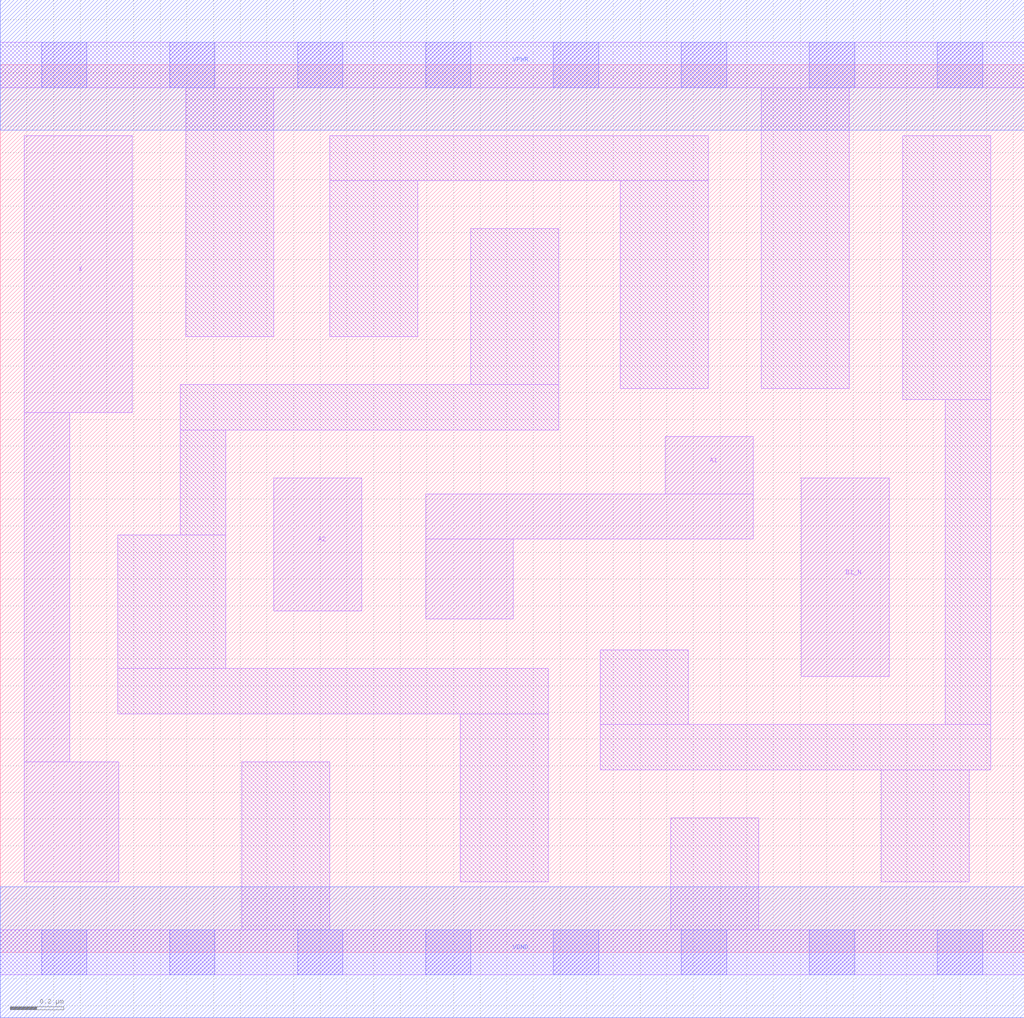
<source format=lef>
# Copyright 2020 The SkyWater PDK Authors
#
# Licensed under the Apache License, Version 2.0 (the "License");
# you may not use this file except in compliance with the License.
# You may obtain a copy of the License at
#
#     https://www.apache.org/licenses/LICENSE-2.0
#
# Unless required by applicable law or agreed to in writing, software
# distributed under the License is distributed on an "AS IS" BASIS,
# WITHOUT WARRANTIES OR CONDITIONS OF ANY KIND, either express or implied.
# See the License for the specific language governing permissions and
# limitations under the License.
#
# SPDX-License-Identifier: Apache-2.0

VERSION 5.7 ;
  NAMESCASESENSITIVE ON ;
  NOWIREEXTENSIONATPIN ON ;
  DIVIDERCHAR "/" ;
  BUSBITCHARS "[]" ;
UNITS
  DATABASE MICRONS 200 ;
END UNITS
MACRO sky130_fd_sc_lp__a21bo_lp
  CLASS CORE ;
  FOREIGN sky130_fd_sc_lp__a21bo_lp ;
  ORIGIN  0.000000  0.000000 ;
  SIZE  3.840000 BY  3.330000 ;
  SYMMETRY X Y R90 ;
  SITE unit ;
  PIN A1
    ANTENNAGATEAREA  0.313000 ;
    DIRECTION INPUT ;
    USE SIGNAL ;
    PORT
      LAYER li1 ;
        RECT 1.595000 1.250000 1.925000 1.550000 ;
        RECT 1.595000 1.550000 2.825000 1.720000 ;
        RECT 2.495000 1.720000 2.825000 1.935000 ;
    END
  END A1
  PIN A2
    ANTENNAGATEAREA  0.313000 ;
    DIRECTION INPUT ;
    USE SIGNAL ;
    PORT
      LAYER li1 ;
        RECT 1.025000 1.280000 1.355000 1.780000 ;
    END
  END A2
  PIN B1_N
    ANTENNAGATEAREA  0.376000 ;
    DIRECTION INPUT ;
    USE SIGNAL ;
    PORT
      LAYER li1 ;
        RECT 3.005000 1.035000 3.335000 1.780000 ;
    END
  END B1_N
  PIN X
    ANTENNADIFFAREA  0.404700 ;
    DIRECTION OUTPUT ;
    USE SIGNAL ;
    PORT
      LAYER li1 ;
        RECT 0.090000 0.265000 0.445000 0.715000 ;
        RECT 0.090000 0.715000 0.260000 2.025000 ;
        RECT 0.090000 2.025000 0.495000 3.065000 ;
    END
  END X
  PIN VGND
    DIRECTION INOUT ;
    USE GROUND ;
    PORT
      LAYER met1 ;
        RECT 0.000000 -0.245000 3.840000 0.245000 ;
    END
  END VGND
  PIN VPWR
    DIRECTION INOUT ;
    USE POWER ;
    PORT
      LAYER met1 ;
        RECT 0.000000 3.085000 3.840000 3.575000 ;
    END
  END VPWR
  OBS
    LAYER li1 ;
      RECT 0.000000 -0.085000 3.840000 0.085000 ;
      RECT 0.000000  3.245000 3.840000 3.415000 ;
      RECT 0.440000  0.895000 2.055000 1.065000 ;
      RECT 0.440000  1.065000 0.845000 1.565000 ;
      RECT 0.675000  1.565000 0.845000 1.960000 ;
      RECT 0.675000  1.960000 2.095000 2.130000 ;
      RECT 0.695000  2.310000 1.025000 3.245000 ;
      RECT 0.905000  0.085000 1.235000 0.715000 ;
      RECT 1.235000  2.310000 1.565000 2.895000 ;
      RECT 1.235000  2.895000 2.655000 3.065000 ;
      RECT 1.725000  0.265000 2.055000 0.895000 ;
      RECT 1.765000  2.130000 2.095000 2.715000 ;
      RECT 2.250000  0.685000 3.715000 0.855000 ;
      RECT 2.250000  0.855000 2.580000 1.135000 ;
      RECT 2.325000  2.115000 2.655000 2.895000 ;
      RECT 2.515000  0.085000 2.845000 0.505000 ;
      RECT 2.855000  2.115000 3.185000 3.245000 ;
      RECT 3.305000  0.265000 3.635000 0.685000 ;
      RECT 3.385000  2.075000 3.715000 3.065000 ;
      RECT 3.545000  0.855000 3.715000 2.075000 ;
    LAYER mcon ;
      RECT 0.155000 -0.085000 0.325000 0.085000 ;
      RECT 0.155000  3.245000 0.325000 3.415000 ;
      RECT 0.635000 -0.085000 0.805000 0.085000 ;
      RECT 0.635000  3.245000 0.805000 3.415000 ;
      RECT 1.115000 -0.085000 1.285000 0.085000 ;
      RECT 1.115000  3.245000 1.285000 3.415000 ;
      RECT 1.595000 -0.085000 1.765000 0.085000 ;
      RECT 1.595000  3.245000 1.765000 3.415000 ;
      RECT 2.075000 -0.085000 2.245000 0.085000 ;
      RECT 2.075000  3.245000 2.245000 3.415000 ;
      RECT 2.555000 -0.085000 2.725000 0.085000 ;
      RECT 2.555000  3.245000 2.725000 3.415000 ;
      RECT 3.035000 -0.085000 3.205000 0.085000 ;
      RECT 3.035000  3.245000 3.205000 3.415000 ;
      RECT 3.515000 -0.085000 3.685000 0.085000 ;
      RECT 3.515000  3.245000 3.685000 3.415000 ;
  END
END sky130_fd_sc_lp__a21bo_lp
END LIBRARY

</source>
